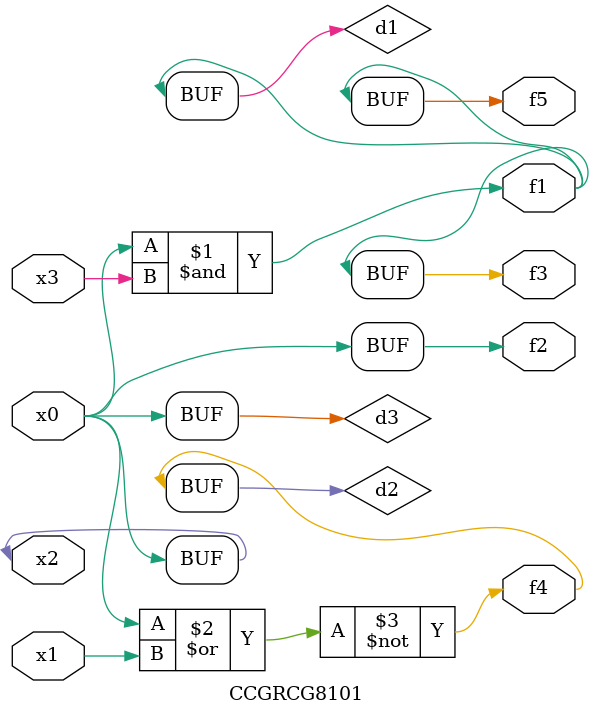
<source format=v>
module CCGRCG8101(
	input x0, x1, x2, x3,
	output f1, f2, f3, f4, f5
);

	wire d1, d2, d3;

	and (d1, x2, x3);
	nor (d2, x0, x1);
	buf (d3, x0, x2);
	assign f1 = d1;
	assign f2 = d3;
	assign f3 = d1;
	assign f4 = d2;
	assign f5 = d1;
endmodule

</source>
